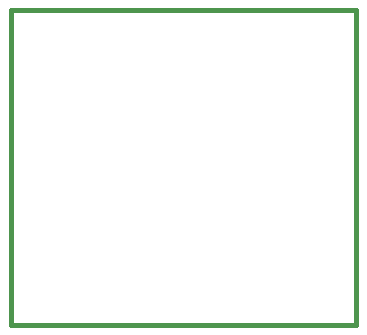
<source format=gbr>
G04 (created by PCBNEW-RS274X (2012-01-19 BZR 3256)-stable) date 20/09/2012 17:26:11*
G01*
G70*
G90*
%MOIN*%
G04 Gerber Fmt 3.4, Leading zero omitted, Abs format*
%FSLAX34Y34*%
G04 APERTURE LIST*
%ADD10C,0.006000*%
%ADD11C,0.015000*%
G04 APERTURE END LIST*
G54D10*
G54D11*
X95500Y-54750D02*
X84000Y-54750D01*
X95500Y-65250D02*
X95500Y-54750D01*
X84000Y-65250D02*
X95500Y-65250D01*
X84000Y-65250D02*
X84000Y-54750D01*
M02*

</source>
